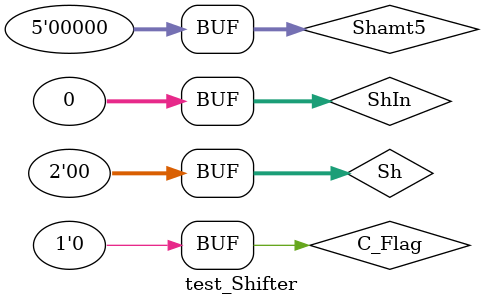
<source format=v>
`timescale 1ns / 1ps


module test_Shifter(

    );
    
    // DECLARE INPUT SIGNALS
    reg [1:0] Sh;
    reg [4:0] Shamt5;
    reg [31:0] ShIn;
    reg C_Flag;
    
    // DECLARE OUTPUT SIGNALS
    wire [31:0] ShOut;
    wire shifter_carry_out;
    
    // INSTANTIATE DEVICE/UNIT UNDER TEST (DUT/UUT)
    Shifter dut(Sh, Shamt5, ShIn, C_Flag, ShOut, shifter_carry_out);
    
    // STIMULI
    initial begin
        // DP Rd, Rn, #0FF0
        Sh = 2'b11; Shamt5 = 5'b11101; ShIn = 32'hFF; C_Flag = 0; #20;
        Sh = 2'b11; Shamt5 = 5'b11101; ShIn = 32'hFF; C_Flag = 1; #20;
        
        // DP Rd, Rn, Rm, LSL #2
        Sh = 2'b00; Shamt5 = 5'b00010; ShIn = 32'hFFFFFFFF; C_Flag = 0; #20;
        Sh = 2'b00; Shamt5 = 5'b00010; ShIn = 32'hFFFFFFFF; C_Flag = 1; #20;
        Sh = 2'b00; Shamt5 = 5'b00010; ShIn = 32'h0; C_Flag = 0; #20;
        Sh = 2'b00; Shamt5 = 5'b00010; ShIn = 32'h0; C_Flag = 1; #20;
        Sh = 2'b00; Shamt5 = 5'b00010; ShIn = 32'h1; C_Flag = 0; #20;
        Sh = 2'b00; Shamt5 = 5'b00010; ShIn = 32'h1; C_Flag = 1; #20;
        // DP Rd, Rn, Rm, LSR #2
        Sh = 2'b01; Shamt5 = 5'b00010; ShIn = 32'hFFFFFFFF; C_Flag = 1'b0; #20;
        Sh = 2'b01; Shamt5 = 5'b00010; ShIn = 32'hFFFFFFFF; C_Flag = 1'b1; #20;
        Sh = 2'b01; Shamt5 = 5'b00010; ShIn = 32'h0; C_Flag = 0; #20;
        Sh = 2'b01; Shamt5 = 5'b00010; ShIn = 32'h0; C_Flag = 1; #20;
        Sh = 2'b01; Shamt5 = 5'b00010; ShIn = 32'h1; C_Flag = 0; #20;
        Sh = 2'b01; Shamt5 = 5'b00010; ShIn = 32'h1; C_Flag = 1; #20;
        // DP Rd, Rn, Rm, ASR #2
        Sh = 2'b10; Shamt5 = 5'b00010; ShIn = 32'hFFFFFFFF; C_Flag = 0; #20;
        Sh = 2'b10; Shamt5 = 5'b00010; ShIn = 32'hFFFFFFFF; C_Flag = 1; #20;
        Sh = 2'b10; Shamt5 = 5'b00010; ShIn = 32'h0; C_Flag = 0; #20;
        Sh = 2'b10; Shamt5 = 5'b00010; ShIn = 32'h0; C_Flag = 1; #20;
        Sh = 2'b10; Shamt5 = 5'b00010; ShIn = 32'h1; C_Flag = 0; #20;
        Sh = 2'b10; Shamt5 = 5'b00010; ShIn = 32'h1; C_Flag = 1; #20;
        // DP Rd, Rn, Rm, ROR #2
        Sh = 2'b11; Shamt5 = 5'b00010; ShIn = 32'hFFFFFFFF; C_Flag = 0; #20;
        Sh = 2'b11; Shamt5 = 5'b00010; ShIn = 32'hFFFFFFFF; C_Flag = 1; #20;
        Sh = 2'b11; Shamt5 = 5'b00010; ShIn = 32'h0; C_Flag = 0; #20;
        Sh = 2'b11; Shamt5 = 5'b00010; ShIn = 32'h0; C_Flag = 1; #20;
        Sh = 2'b11; Shamt5 = 5'b00010; ShIn = 32'h1; C_Flag = 0; #20;
        Sh = 2'b11; Shamt5 = 5'b00010; ShIn = 32'h1; C_Flag = 1; #20;
        
        // MUL/MLA(DIV) Rd, Rm, Rs
        Sh = 2'b00; Shamt5 = 5'b0; ShIn = 32'hFFFFFFFF; C_Flag = 0; #20;
        Sh = 2'b00; Shamt5 = 5'b0; ShIn = 32'hFFFFFFFF; C_Flag = 1; #20;
        Sh = 2'b00; Shamt5 = 5'b0; ShIn = 32'h0; C_Flag = 0; #20;
        Sh = 2'b00; Shamt5 = 5'b0; ShIn = 32'h0; C_Flag = 1; #20;
        Sh = 2'b00; Shamt5 = 5'b0; ShIn = 32'h1; C_Flag = 0; #20;
        Sh = 2'b00; Shamt5 = 5'b0; ShIn = 32'h1; C_Flag = 1; #20;
        
        // LDR/STR Rd, [Rn, #Imm12]
        Sh = 2'b00; Shamt5 = 5'b0; ShIn = 32'h1A; C_Flag = 0; #20;
        Sh = 2'b00; Shamt5 = 5'b0; ShIn = 32'h1A; C_Flag = 1; #20;
        
        // B #-6
        Sh = 2'b11; Shamt5 = 5'b11111; ShIn = 32'hFFFFFFE8; C_Flag = 0; #20;
        Sh = 2'b11; Shamt5 = 5'b11111; ShIn = 32'hFFFFFFE8; C_Flag = 1; #20;
        
        //End of operation
        Sh = 2'b00; Shamt5 = 5'b00000; ShIn = 32'h0; C_Flag = 1'b0;
    end
endmodule

</source>
